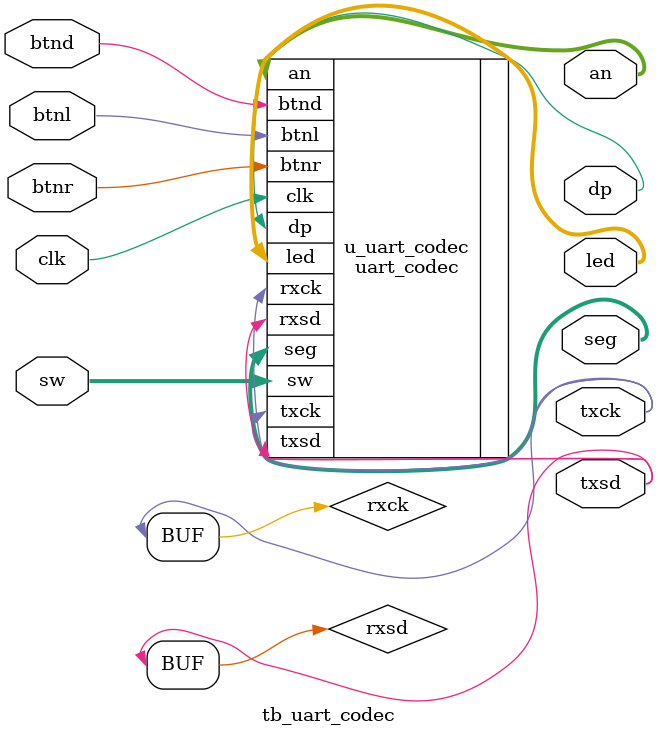
<source format=v>
module tb_uart_codec
    (    
    input 	btnl, // rst. High Active Reset
    input 	clk,  // 100MHz Clock Input
    input 	btnr, // start btn. Tact Switch Input. Push High
    input 	btnd, // LED sel btn. Tact Switch Input. Push High
    input 	[15:0] sw,
//    input	rxsd,rxck,
    //
    output  txsd,txck,
    output	[6:0] seg,
    output  dp,
    output	[3:0] an,
    output 	[15:0] led
    );

wire rxsd,rxck;

uart_codec u_uart_codec
(
.btnl  		(btnl  		),
.clk        (clk        ),
.btnr  		(btnr  		),
.btnd  		(btnd  		),
.sw  		(sw  		),
.rxsd  		(rxsd  		),
.rxck  		(rxck  		),
//
.txsd  		(txsd	  	),
.txck  		(txck	  	),
.seg		(seg		),
.dp  		(dp		  	),
.an  		(an		  	),
.led  		(led	  	)
);

assign rxsd = txsd;
assign rxck = txck;

endmodule

</source>
